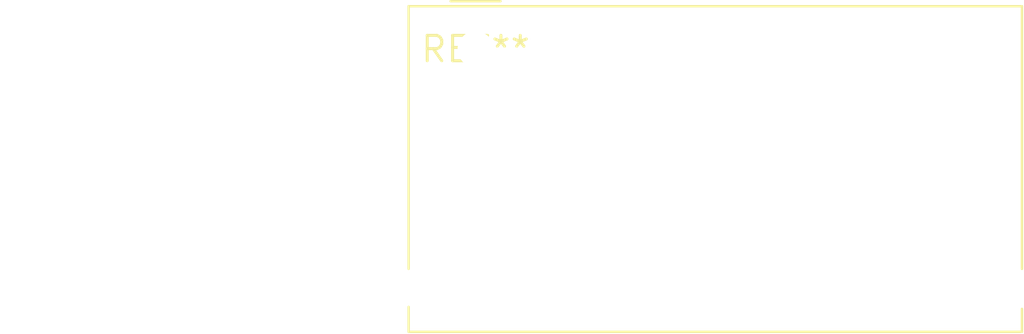
<source format=kicad_pcb>
(kicad_pcb (version 20240108) (generator pcbnew)
  (layers (0 "F.Cu" signal) (31 "B.Cu" signal) (34 "B.Paste" user) (35 "F.Paste" user) (36 "B.SilkS" user "B.Silkscreen") (37 "F.SilkS" user "F.Silkscreen") (38 "B.Mask" user) (39 "F.Mask" user) (44 "Edge.Cuts" user))
  (net 0 "")
  (footprint "Relay_SPST_Panasonic_ALFG_FormA_CircularHoles" (layer "F.Cu") (at 0 0)
    (property "Reference" "REF**")
    (property "Value" "Relay_SPST_Panasonic_ALFG_FormA_CircularHoles")
    (fp_line (start -3.35 -2.15) (end -3.35 11) (layer "F.SilkS") (stroke (width 0.12)))
    (fp_line (start -3.35 14.15) (end -3.35 12.9) (layer "F.SilkS") (stroke (width 0.12)))
    (fp_line (start -3.35 14.15) (end 27.35 14.15) (layer "F.SilkS") (stroke (width 0.12)))
    (fp_line (start -1.25 -2.4) (end 1.25 -2.4) (layer "F.SilkS") (stroke (width 0.12)))
    (fp_line (start 27.35 -2.15) (end -3.35 -2.15) (layer "F.SilkS") (stroke (width 0.12)))
    (fp_line (start 27.35 11) (end 27.35 -2.15) (layer "F.SilkS") (stroke (width 0.12)))
    (fp_line (start 27.35 14.15) (end 27.35 13) (layer "F.SilkS") (stroke (width 0.12)))
    (pad "11" thru_hole circle (at -1.8 12) (size 2.8 2.8) (drill 2) (layers *.Cu *.Mask) (remove_unused_layers))
    (pad "14" thru_hole circle (at 25.8 12) (size 2.8 2.8) (drill 2) (layers *.Cu *.Mask) (remove_unused_layers))
    (pad "A1" thru_hole rect (at 0 0) (size 2.6 2.6) (drill 1.8) (layers *.Cu *.Mask) (remove_unused_layers))
    (pad "A2" thru_hole circle (at 22 0) (size 2.6 2.6) (drill 1.8) (layers *.Cu *.Mask) (remove_unused_layers))
  )
)
</source>
